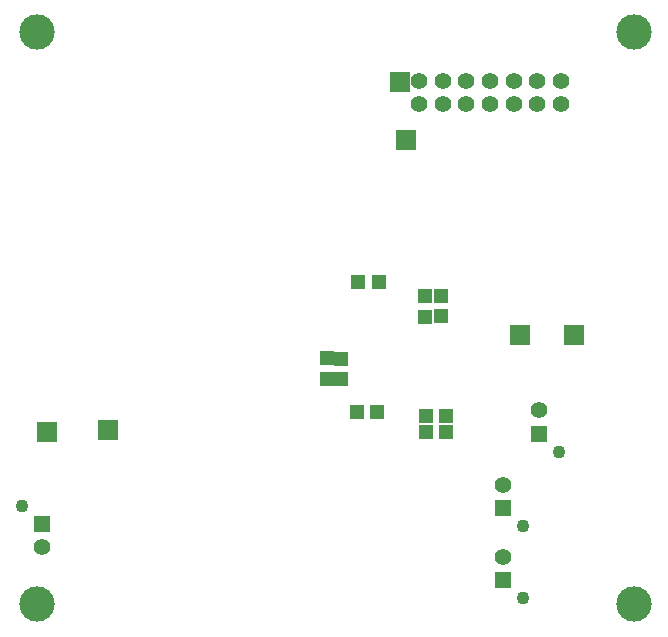
<source format=gbr>
G04 DipTrace 3.2.0.1*
G04 BottomMask.gbr*
%MOIN*%
G04 #@! TF.FileFunction,Soldermask,Bot*
G04 #@! TF.Part,Single*
%ADD51C,0.043307*%
%ADD52C,0.11811*%
%ADD88R,0.066929X0.066929*%
%ADD94R,0.051181X0.047244*%
%ADD96R,0.047244X0.051181*%
%ADD97C,0.055118*%
%ADD99R,0.055118X0.055118*%
%FSLAX26Y26*%
G04*
G70*
G90*
G75*
G01*
G04 BotMask*
%LPD*%
D99*
X2082677Y811024D3*
D97*
Y889764D3*
D51*
X2149606Y751969D3*
D96*
X1496063Y1311024D3*
Y1244094D3*
X1541339Y1309055D3*
Y1242126D3*
D94*
X1667323Y1564961D3*
X1600394D3*
X1826772Y1066929D3*
X1893701D3*
X1596457Y1131890D3*
X1663386D3*
D96*
X1820866Y1450787D3*
Y1517717D3*
X1874016Y1452756D3*
Y1519685D3*
D94*
X1826772Y1118110D3*
X1893701D3*
D88*
X765714Y1070866D3*
X560990Y1066929D3*
X1740157Y2232283D3*
X1759843Y2039370D3*
D99*
X2200787Y1059055D3*
D97*
Y1137795D3*
D51*
X2267717Y1000000D3*
D99*
X547244Y759843D3*
D97*
Y681102D3*
D51*
X480315Y818898D3*
D99*
X2082677Y570866D3*
D97*
Y649606D3*
D51*
X2149606Y511811D3*
D88*
X2318898Y1389764D3*
X2137795D3*
D97*
X1803150Y2236220D3*
X1882087D3*
X1960630D3*
X2039567D3*
X2118110D3*
X2197047D3*
X2275591D3*
X1803150Y2157480D3*
X1882087D3*
X1960630D3*
X2039567D3*
X2118110D3*
X2197047D3*
X2275591D3*
D52*
X2519685Y2397638D3*
X527559D3*
X2519685Y492126D3*
X527559D3*
M02*

</source>
